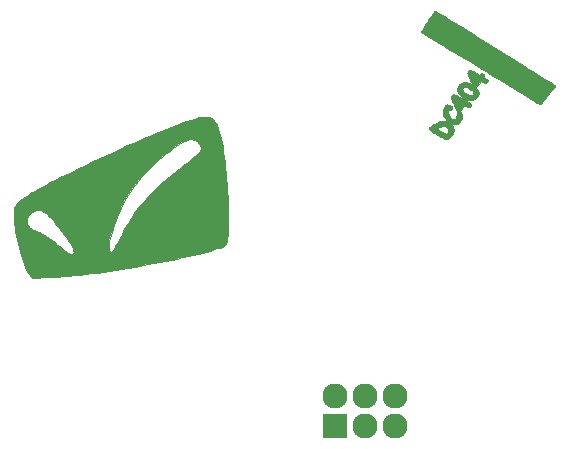
<source format=gbr>
G04 #@! TF.GenerationSoftware,KiCad,Pcbnew,(5.1.2-1)-1*
G04 #@! TF.CreationDate,2019-06-10T18:00:08-04:00*
G04 #@! TF.ProjectId,dc4044,64633430-3434-42e6-9b69-6361645f7063,rev?*
G04 #@! TF.SameCoordinates,Original*
G04 #@! TF.FileFunction,Soldermask,Top*
G04 #@! TF.FilePolarity,Negative*
%FSLAX46Y46*%
G04 Gerber Fmt 4.6, Leading zero omitted, Abs format (unit mm)*
G04 Created by KiCad (PCBNEW (5.1.2-1)-1) date 2019-06-10 18:00:08*
%MOMM*%
%LPD*%
G04 APERTURE LIST*
%ADD10C,0.010000*%
%ADD11C,2.127200*%
%ADD12O,2.127200X2.127200*%
%ADD13R,2.127200X2.127200*%
G04 APERTURE END LIST*
D10*
G36*
X152622711Y-99961198D02*
G01*
X152801047Y-100001264D01*
X152958259Y-100073644D01*
X153097195Y-100179636D01*
X153220700Y-100320541D01*
X153331622Y-100497659D01*
X153430067Y-100705726D01*
X153532637Y-100966939D01*
X153627501Y-101243309D01*
X153715190Y-101537598D01*
X153796239Y-101852570D01*
X153871180Y-102190985D01*
X153940547Y-102555607D01*
X154004872Y-102949197D01*
X154064689Y-103374518D01*
X154120531Y-103834332D01*
X154172930Y-104331401D01*
X154213321Y-104764417D01*
X154251735Y-105213198D01*
X154284352Y-105628560D01*
X154311548Y-106018965D01*
X154333702Y-106392875D01*
X154351191Y-106758752D01*
X154364391Y-107125059D01*
X154373681Y-107500256D01*
X154379437Y-107892806D01*
X154382037Y-108311170D01*
X154382259Y-108553250D01*
X154381674Y-108861661D01*
X154380235Y-109131587D01*
X154377741Y-109366874D01*
X154373990Y-109571363D01*
X154368781Y-109748901D01*
X154361913Y-109903330D01*
X154353183Y-110038495D01*
X154342391Y-110158239D01*
X154329334Y-110266407D01*
X154313812Y-110366843D01*
X154295621Y-110463390D01*
X154277784Y-110545832D01*
X154247004Y-110660242D01*
X154210075Y-110743440D01*
X154158883Y-110806505D01*
X154085312Y-110860511D01*
X154020992Y-110896346D01*
X153868729Y-110967445D01*
X153676629Y-111043370D01*
X153446863Y-111123704D01*
X153181601Y-111208030D01*
X152883013Y-111295933D01*
X152553270Y-111386996D01*
X152194543Y-111480802D01*
X151809001Y-111576934D01*
X151398817Y-111674977D01*
X150966159Y-111774513D01*
X150513199Y-111875127D01*
X150042107Y-111976401D01*
X149555054Y-112077919D01*
X149054209Y-112179265D01*
X148541745Y-112280022D01*
X148019830Y-112379773D01*
X147490636Y-112478103D01*
X146956334Y-112574594D01*
X146419092Y-112668830D01*
X145881083Y-112760394D01*
X145344477Y-112848870D01*
X144811444Y-112933842D01*
X144284154Y-113014892D01*
X143764779Y-113091605D01*
X143255488Y-113163564D01*
X142758452Y-113230352D01*
X142275843Y-113291553D01*
X141809829Y-113346750D01*
X141362582Y-113395527D01*
X140936272Y-113437468D01*
X140646150Y-113462978D01*
X140546304Y-113470543D01*
X140410338Y-113479734D01*
X140244418Y-113490191D01*
X140054710Y-113501552D01*
X139847381Y-113513453D01*
X139628597Y-113525532D01*
X139404523Y-113537429D01*
X139206817Y-113547510D01*
X138991703Y-113558318D01*
X138783399Y-113568909D01*
X138586936Y-113579018D01*
X138407342Y-113588381D01*
X138249647Y-113596735D01*
X138118879Y-113603813D01*
X138020068Y-113609354D01*
X137958244Y-113613091D01*
X137956093Y-113613234D01*
X137763703Y-113626108D01*
X137551439Y-113301596D01*
X137478797Y-113189152D01*
X137410303Y-113080590D01*
X137351046Y-112984168D01*
X137306115Y-112908141D01*
X137283973Y-112867685D01*
X137200616Y-112686775D01*
X137113559Y-112468635D01*
X137024070Y-112218079D01*
X136933415Y-111939919D01*
X136842860Y-111638967D01*
X136753671Y-111320036D01*
X136667115Y-110987938D01*
X136584458Y-110647485D01*
X136506968Y-110303490D01*
X136435909Y-109960765D01*
X136372549Y-109624123D01*
X136318155Y-109298375D01*
X136285055Y-109071834D01*
X136270567Y-108943214D01*
X136264864Y-108872155D01*
X137340022Y-108872155D01*
X137369460Y-109045111D01*
X137421148Y-109176812D01*
X137509568Y-109312613D01*
X137622889Y-109414586D01*
X137760338Y-109483486D01*
X137856045Y-109520233D01*
X137979204Y-109571285D01*
X138119421Y-109631974D01*
X138266304Y-109697635D01*
X138409459Y-109763604D01*
X138538492Y-109825214D01*
X138643011Y-109877800D01*
X138666105Y-109890076D01*
X138962987Y-110058758D01*
X139229997Y-110229110D01*
X139479065Y-110409495D01*
X139722120Y-110608275D01*
X139841817Y-110714183D01*
X140038119Y-110890048D01*
X140209034Y-111038909D01*
X140358776Y-111164026D01*
X140491559Y-111268659D01*
X140611597Y-111356069D01*
X140723102Y-111429516D01*
X140830289Y-111492260D01*
X140885140Y-111521442D01*
X141008740Y-111578772D01*
X141105655Y-111608290D01*
X141180757Y-111610401D01*
X141238919Y-111585511D01*
X141271078Y-111553625D01*
X141305692Y-111482089D01*
X141313053Y-111388524D01*
X141292709Y-111271603D01*
X141244212Y-111130000D01*
X141237156Y-111114661D01*
X144297902Y-111114661D01*
X144316535Y-111245439D01*
X144319414Y-111256329D01*
X144345458Y-111312668D01*
X144386668Y-111367460D01*
X144431685Y-111407868D01*
X144465436Y-111421334D01*
X144487250Y-111407248D01*
X144525707Y-111371731D01*
X144544329Y-111352542D01*
X144615310Y-111266759D01*
X144702617Y-111142895D01*
X144806318Y-110980833D01*
X144926481Y-110780460D01*
X145063173Y-110541660D01*
X145216461Y-110264319D01*
X145386413Y-109948321D01*
X145534424Y-109667602D01*
X145764150Y-109241413D01*
X145990867Y-108848248D01*
X146220169Y-108479681D01*
X146457651Y-108127286D01*
X146708904Y-107782637D01*
X146979524Y-107437308D01*
X147161260Y-107217057D01*
X147434885Y-106900221D01*
X147717124Y-106591617D01*
X148011568Y-106287953D01*
X148321806Y-105985938D01*
X148651429Y-105682280D01*
X149004028Y-105373689D01*
X149383191Y-105056873D01*
X149792509Y-104728539D01*
X150235573Y-104385398D01*
X150319317Y-104321706D01*
X150620197Y-104091437D01*
X150896397Y-103875918D01*
X151146643Y-103676232D01*
X151369662Y-103493462D01*
X151564180Y-103328689D01*
X151728924Y-103182998D01*
X151862620Y-103057470D01*
X151963996Y-102953189D01*
X152031777Y-102871238D01*
X152041254Y-102857526D01*
X152094341Y-102742748D01*
X152110188Y-102621346D01*
X152092543Y-102497296D01*
X152045151Y-102374575D01*
X151971758Y-102257156D01*
X151876111Y-102149016D01*
X151761955Y-102054131D01*
X151633037Y-101976475D01*
X151493102Y-101920025D01*
X151345898Y-101888756D01*
X151195169Y-101886644D01*
X151134234Y-101894944D01*
X150948873Y-101943162D01*
X150740699Y-102023413D01*
X150512093Y-102133709D01*
X150265438Y-102272064D01*
X150003116Y-102436492D01*
X149727509Y-102625006D01*
X149441000Y-102835619D01*
X149145970Y-103066345D01*
X148844803Y-103315198D01*
X148539880Y-103580190D01*
X148233584Y-103859336D01*
X147928297Y-104150649D01*
X147626402Y-104452143D01*
X147330280Y-104761830D01*
X147042314Y-105077725D01*
X146764887Y-105397840D01*
X146500380Y-105720190D01*
X146411170Y-105833334D01*
X146228488Y-106075607D01*
X146060591Y-106316226D01*
X145903208Y-106562467D01*
X145752069Y-106821610D01*
X145602905Y-107100932D01*
X145451446Y-107407711D01*
X145314514Y-107702545D01*
X145160200Y-108053068D01*
X145015834Y-108401219D01*
X144882229Y-108744100D01*
X144760196Y-109078812D01*
X144650546Y-109402457D01*
X144554091Y-109712138D01*
X144471643Y-110004956D01*
X144404012Y-110278012D01*
X144352012Y-110528409D01*
X144316452Y-110753248D01*
X144298145Y-110949632D01*
X144297902Y-111114661D01*
X141237156Y-111114661D01*
X141167110Y-110962391D01*
X141060953Y-110767448D01*
X140931380Y-110553500D01*
X140749511Y-110276551D01*
X140544910Y-109985852D01*
X140323332Y-109688522D01*
X140090535Y-109391678D01*
X139852275Y-109102441D01*
X139614308Y-108827928D01*
X139382390Y-108575258D01*
X139162278Y-108351549D01*
X139110404Y-108301586D01*
X138947044Y-108153762D01*
X138800956Y-108039519D01*
X138666840Y-107956626D01*
X138539397Y-107902849D01*
X138413326Y-107875959D01*
X138283327Y-107873722D01*
X138144099Y-107893907D01*
X138142876Y-107894165D01*
X137947081Y-107955346D01*
X137773358Y-108052176D01*
X137618421Y-108186512D01*
X137610440Y-108194961D01*
X137486229Y-108353667D01*
X137399216Y-108522234D01*
X137350211Y-108696463D01*
X137340022Y-108872155D01*
X136264864Y-108872155D01*
X136258352Y-108791040D01*
X136248631Y-108623841D01*
X136241628Y-108450149D01*
X136237567Y-108278492D01*
X136236669Y-108117400D01*
X136239159Y-107975404D01*
X136245261Y-107861035D01*
X136251822Y-107801834D01*
X136281610Y-107663714D01*
X136329024Y-107536453D01*
X136397614Y-107415547D01*
X136490927Y-107296493D01*
X136612512Y-107174789D01*
X136765918Y-107045931D01*
X136954692Y-106905417D01*
X136962791Y-106899659D01*
X137139506Y-106777693D01*
X137333490Y-106650630D01*
X137546736Y-106517368D01*
X137781234Y-106376805D01*
X138038976Y-106227838D01*
X138321953Y-106069363D01*
X138632157Y-105900280D01*
X138971577Y-105719484D01*
X139342207Y-105525873D01*
X139746036Y-105318345D01*
X140185057Y-105095798D01*
X140561484Y-104906937D01*
X141153145Y-104613190D01*
X141748040Y-104321553D01*
X142344366Y-104032798D01*
X142940323Y-103747701D01*
X143534108Y-103467034D01*
X144123921Y-103191572D01*
X144707960Y-102922088D01*
X145284425Y-102659357D01*
X145851512Y-102404152D01*
X146407422Y-102157247D01*
X146950353Y-101919416D01*
X147478504Y-101691432D01*
X147990073Y-101474071D01*
X148483259Y-101268104D01*
X148956261Y-101074307D01*
X149407277Y-100893454D01*
X149834506Y-100726317D01*
X150236147Y-100573671D01*
X150610399Y-100436290D01*
X150955459Y-100314948D01*
X151269528Y-100210418D01*
X151550802Y-100123475D01*
X151797482Y-100054891D01*
X151932489Y-100021877D01*
X152191278Y-99972804D01*
X152420403Y-99952145D01*
X152622711Y-99961198D01*
X152622711Y-99961198D01*
G37*
X152622711Y-99961198D02*
X152801047Y-100001264D01*
X152958259Y-100073644D01*
X153097195Y-100179636D01*
X153220700Y-100320541D01*
X153331622Y-100497659D01*
X153430067Y-100705726D01*
X153532637Y-100966939D01*
X153627501Y-101243309D01*
X153715190Y-101537598D01*
X153796239Y-101852570D01*
X153871180Y-102190985D01*
X153940547Y-102555607D01*
X154004872Y-102949197D01*
X154064689Y-103374518D01*
X154120531Y-103834332D01*
X154172930Y-104331401D01*
X154213321Y-104764417D01*
X154251735Y-105213198D01*
X154284352Y-105628560D01*
X154311548Y-106018965D01*
X154333702Y-106392875D01*
X154351191Y-106758752D01*
X154364391Y-107125059D01*
X154373681Y-107500256D01*
X154379437Y-107892806D01*
X154382037Y-108311170D01*
X154382259Y-108553250D01*
X154381674Y-108861661D01*
X154380235Y-109131587D01*
X154377741Y-109366874D01*
X154373990Y-109571363D01*
X154368781Y-109748901D01*
X154361913Y-109903330D01*
X154353183Y-110038495D01*
X154342391Y-110158239D01*
X154329334Y-110266407D01*
X154313812Y-110366843D01*
X154295621Y-110463390D01*
X154277784Y-110545832D01*
X154247004Y-110660242D01*
X154210075Y-110743440D01*
X154158883Y-110806505D01*
X154085312Y-110860511D01*
X154020992Y-110896346D01*
X153868729Y-110967445D01*
X153676629Y-111043370D01*
X153446863Y-111123704D01*
X153181601Y-111208030D01*
X152883013Y-111295933D01*
X152553270Y-111386996D01*
X152194543Y-111480802D01*
X151809001Y-111576934D01*
X151398817Y-111674977D01*
X150966159Y-111774513D01*
X150513199Y-111875127D01*
X150042107Y-111976401D01*
X149555054Y-112077919D01*
X149054209Y-112179265D01*
X148541745Y-112280022D01*
X148019830Y-112379773D01*
X147490636Y-112478103D01*
X146956334Y-112574594D01*
X146419092Y-112668830D01*
X145881083Y-112760394D01*
X145344477Y-112848870D01*
X144811444Y-112933842D01*
X144284154Y-113014892D01*
X143764779Y-113091605D01*
X143255488Y-113163564D01*
X142758452Y-113230352D01*
X142275843Y-113291553D01*
X141809829Y-113346750D01*
X141362582Y-113395527D01*
X140936272Y-113437468D01*
X140646150Y-113462978D01*
X140546304Y-113470543D01*
X140410338Y-113479734D01*
X140244418Y-113490191D01*
X140054710Y-113501552D01*
X139847381Y-113513453D01*
X139628597Y-113525532D01*
X139404523Y-113537429D01*
X139206817Y-113547510D01*
X138991703Y-113558318D01*
X138783399Y-113568909D01*
X138586936Y-113579018D01*
X138407342Y-113588381D01*
X138249647Y-113596735D01*
X138118879Y-113603813D01*
X138020068Y-113609354D01*
X137958244Y-113613091D01*
X137956093Y-113613234D01*
X137763703Y-113626108D01*
X137551439Y-113301596D01*
X137478797Y-113189152D01*
X137410303Y-113080590D01*
X137351046Y-112984168D01*
X137306115Y-112908141D01*
X137283973Y-112867685D01*
X137200616Y-112686775D01*
X137113559Y-112468635D01*
X137024070Y-112218079D01*
X136933415Y-111939919D01*
X136842860Y-111638967D01*
X136753671Y-111320036D01*
X136667115Y-110987938D01*
X136584458Y-110647485D01*
X136506968Y-110303490D01*
X136435909Y-109960765D01*
X136372549Y-109624123D01*
X136318155Y-109298375D01*
X136285055Y-109071834D01*
X136270567Y-108943214D01*
X136264864Y-108872155D01*
X137340022Y-108872155D01*
X137369460Y-109045111D01*
X137421148Y-109176812D01*
X137509568Y-109312613D01*
X137622889Y-109414586D01*
X137760338Y-109483486D01*
X137856045Y-109520233D01*
X137979204Y-109571285D01*
X138119421Y-109631974D01*
X138266304Y-109697635D01*
X138409459Y-109763604D01*
X138538492Y-109825214D01*
X138643011Y-109877800D01*
X138666105Y-109890076D01*
X138962987Y-110058758D01*
X139229997Y-110229110D01*
X139479065Y-110409495D01*
X139722120Y-110608275D01*
X139841817Y-110714183D01*
X140038119Y-110890048D01*
X140209034Y-111038909D01*
X140358776Y-111164026D01*
X140491559Y-111268659D01*
X140611597Y-111356069D01*
X140723102Y-111429516D01*
X140830289Y-111492260D01*
X140885140Y-111521442D01*
X141008740Y-111578772D01*
X141105655Y-111608290D01*
X141180757Y-111610401D01*
X141238919Y-111585511D01*
X141271078Y-111553625D01*
X141305692Y-111482089D01*
X141313053Y-111388524D01*
X141292709Y-111271603D01*
X141244212Y-111130000D01*
X141237156Y-111114661D01*
X144297902Y-111114661D01*
X144316535Y-111245439D01*
X144319414Y-111256329D01*
X144345458Y-111312668D01*
X144386668Y-111367460D01*
X144431685Y-111407868D01*
X144465436Y-111421334D01*
X144487250Y-111407248D01*
X144525707Y-111371731D01*
X144544329Y-111352542D01*
X144615310Y-111266759D01*
X144702617Y-111142895D01*
X144806318Y-110980833D01*
X144926481Y-110780460D01*
X145063173Y-110541660D01*
X145216461Y-110264319D01*
X145386413Y-109948321D01*
X145534424Y-109667602D01*
X145764150Y-109241413D01*
X145990867Y-108848248D01*
X146220169Y-108479681D01*
X146457651Y-108127286D01*
X146708904Y-107782637D01*
X146979524Y-107437308D01*
X147161260Y-107217057D01*
X147434885Y-106900221D01*
X147717124Y-106591617D01*
X148011568Y-106287953D01*
X148321806Y-105985938D01*
X148651429Y-105682280D01*
X149004028Y-105373689D01*
X149383191Y-105056873D01*
X149792509Y-104728539D01*
X150235573Y-104385398D01*
X150319317Y-104321706D01*
X150620197Y-104091437D01*
X150896397Y-103875918D01*
X151146643Y-103676232D01*
X151369662Y-103493462D01*
X151564180Y-103328689D01*
X151728924Y-103182998D01*
X151862620Y-103057470D01*
X151963996Y-102953189D01*
X152031777Y-102871238D01*
X152041254Y-102857526D01*
X152094341Y-102742748D01*
X152110188Y-102621346D01*
X152092543Y-102497296D01*
X152045151Y-102374575D01*
X151971758Y-102257156D01*
X151876111Y-102149016D01*
X151761955Y-102054131D01*
X151633037Y-101976475D01*
X151493102Y-101920025D01*
X151345898Y-101888756D01*
X151195169Y-101886644D01*
X151134234Y-101894944D01*
X150948873Y-101943162D01*
X150740699Y-102023413D01*
X150512093Y-102133709D01*
X150265438Y-102272064D01*
X150003116Y-102436492D01*
X149727509Y-102625006D01*
X149441000Y-102835619D01*
X149145970Y-103066345D01*
X148844803Y-103315198D01*
X148539880Y-103580190D01*
X148233584Y-103859336D01*
X147928297Y-104150649D01*
X147626402Y-104452143D01*
X147330280Y-104761830D01*
X147042314Y-105077725D01*
X146764887Y-105397840D01*
X146500380Y-105720190D01*
X146411170Y-105833334D01*
X146228488Y-106075607D01*
X146060591Y-106316226D01*
X145903208Y-106562467D01*
X145752069Y-106821610D01*
X145602905Y-107100932D01*
X145451446Y-107407711D01*
X145314514Y-107702545D01*
X145160200Y-108053068D01*
X145015834Y-108401219D01*
X144882229Y-108744100D01*
X144760196Y-109078812D01*
X144650546Y-109402457D01*
X144554091Y-109712138D01*
X144471643Y-110004956D01*
X144404012Y-110278012D01*
X144352012Y-110528409D01*
X144316452Y-110753248D01*
X144298145Y-110949632D01*
X144297902Y-111114661D01*
X141237156Y-111114661D01*
X141167110Y-110962391D01*
X141060953Y-110767448D01*
X140931380Y-110553500D01*
X140749511Y-110276551D01*
X140544910Y-109985852D01*
X140323332Y-109688522D01*
X140090535Y-109391678D01*
X139852275Y-109102441D01*
X139614308Y-108827928D01*
X139382390Y-108575258D01*
X139162278Y-108351549D01*
X139110404Y-108301586D01*
X138947044Y-108153762D01*
X138800956Y-108039519D01*
X138666840Y-107956626D01*
X138539397Y-107902849D01*
X138413326Y-107875959D01*
X138283327Y-107873722D01*
X138144099Y-107893907D01*
X138142876Y-107894165D01*
X137947081Y-107955346D01*
X137773358Y-108052176D01*
X137618421Y-108186512D01*
X137610440Y-108194961D01*
X137486229Y-108353667D01*
X137399216Y-108522234D01*
X137350211Y-108696463D01*
X137340022Y-108872155D01*
X136264864Y-108872155D01*
X136258352Y-108791040D01*
X136248631Y-108623841D01*
X136241628Y-108450149D01*
X136237567Y-108278492D01*
X136236669Y-108117400D01*
X136239159Y-107975404D01*
X136245261Y-107861035D01*
X136251822Y-107801834D01*
X136281610Y-107663714D01*
X136329024Y-107536453D01*
X136397614Y-107415547D01*
X136490927Y-107296493D01*
X136612512Y-107174789D01*
X136765918Y-107045931D01*
X136954692Y-106905417D01*
X136962791Y-106899659D01*
X137139506Y-106777693D01*
X137333490Y-106650630D01*
X137546736Y-106517368D01*
X137781234Y-106376805D01*
X138038976Y-106227838D01*
X138321953Y-106069363D01*
X138632157Y-105900280D01*
X138971577Y-105719484D01*
X139342207Y-105525873D01*
X139746036Y-105318345D01*
X140185057Y-105095798D01*
X140561484Y-104906937D01*
X141153145Y-104613190D01*
X141748040Y-104321553D01*
X142344366Y-104032798D01*
X142940323Y-103747701D01*
X143534108Y-103467034D01*
X144123921Y-103191572D01*
X144707960Y-102922088D01*
X145284425Y-102659357D01*
X145851512Y-102404152D01*
X146407422Y-102157247D01*
X146950353Y-101919416D01*
X147478504Y-101691432D01*
X147990073Y-101474071D01*
X148483259Y-101268104D01*
X148956261Y-101074307D01*
X149407277Y-100893454D01*
X149834506Y-100726317D01*
X150236147Y-100573671D01*
X150610399Y-100436290D01*
X150955459Y-100314948D01*
X151269528Y-100210418D01*
X151550802Y-100123475D01*
X151797482Y-100054891D01*
X151932489Y-100021877D01*
X152191278Y-99972804D01*
X152420403Y-99952145D01*
X152622711Y-99961198D01*
G36*
X174925827Y-96003979D02*
G01*
X174996498Y-96028602D01*
X175088021Y-96071271D01*
X175205553Y-96133722D01*
X175329735Y-96203645D01*
X175669194Y-96397755D01*
X175717679Y-96352206D01*
X175795686Y-96305531D01*
X175885537Y-96292890D01*
X175972560Y-96315979D01*
X175982683Y-96321565D01*
X176039251Y-96370220D01*
X176064905Y-96435556D01*
X176062751Y-96526103D01*
X176061109Y-96536972D01*
X176055989Y-96580500D01*
X176063044Y-96609776D01*
X176089953Y-96635123D01*
X176144392Y-96666861D01*
X176166634Y-96678847D01*
X176259141Y-96737081D01*
X176330897Y-96799198D01*
X176375068Y-96858394D01*
X176385988Y-96897333D01*
X176367027Y-96966351D01*
X176317790Y-97031863D01*
X176249303Y-97081064D01*
X176216643Y-97094028D01*
X176172785Y-97105446D01*
X176135869Y-97107262D01*
X176094511Y-97096772D01*
X176037328Y-97071270D01*
X175964638Y-97034137D01*
X175799413Y-96948246D01*
X175638410Y-97167893D01*
X175571893Y-97255041D01*
X175508121Y-97332233D01*
X175454124Y-97391354D01*
X175416931Y-97424289D01*
X175415566Y-97425147D01*
X175353724Y-97462755D01*
X175426417Y-97536419D01*
X175478516Y-97599632D01*
X175530558Y-97678931D01*
X175553803Y-97721851D01*
X175584482Y-97792092D01*
X175599113Y-97853197D01*
X175601199Y-97925157D01*
X175598308Y-97976020D01*
X175568331Y-98133273D01*
X175502137Y-98268936D01*
X175399202Y-98383830D01*
X175288835Y-98462058D01*
X175232470Y-98491119D01*
X175175039Y-98509572D01*
X175102873Y-98520497D01*
X175002305Y-98526972D01*
X175000188Y-98527065D01*
X174903762Y-98528526D01*
X174814084Y-98525105D01*
X174746284Y-98517532D01*
X174730742Y-98514096D01*
X174680973Y-98502749D01*
X174662554Y-98507064D01*
X174664622Y-98522099D01*
X174666053Y-98561768D01*
X174653787Y-98614884D01*
X174644039Y-98648208D01*
X174647375Y-98672678D01*
X174670382Y-98696340D01*
X174719643Y-98727238D01*
X174768165Y-98754623D01*
X174840211Y-98798571D01*
X174900139Y-98841694D01*
X174935453Y-98874963D01*
X174936275Y-98876101D01*
X174966312Y-98951783D01*
X174955985Y-99029972D01*
X174906207Y-99103783D01*
X174906028Y-99103962D01*
X174834585Y-99153134D01*
X174750853Y-99167471D01*
X174651078Y-99146852D01*
X174532578Y-99091750D01*
X174466452Y-99055431D01*
X174416104Y-99029014D01*
X174391583Y-99017757D01*
X174390970Y-99017667D01*
X174375886Y-99033877D01*
X174341719Y-99077945D01*
X174293635Y-99143026D01*
X174240150Y-99217542D01*
X174177193Y-99303276D01*
X174116235Y-99380928D01*
X174065031Y-99440908D01*
X174036052Y-99469936D01*
X173973638Y-99522453D01*
X174052727Y-99561102D01*
X174112191Y-99602730D01*
X174152238Y-99663373D01*
X174174835Y-99749039D01*
X174181951Y-99865733D01*
X174179808Y-99949000D01*
X174162554Y-100104115D01*
X174124239Y-100231846D01*
X174060549Y-100343691D01*
X174007025Y-100409436D01*
X173907608Y-100491409D01*
X173781589Y-100553558D01*
X173641413Y-100592407D01*
X173499527Y-100604481D01*
X173371007Y-100587039D01*
X173317289Y-100574266D01*
X173284100Y-100570262D01*
X173280179Y-100571333D01*
X173287481Y-100590463D01*
X173314813Y-100628641D01*
X173323721Y-100639551D01*
X173406481Y-100765266D01*
X173467042Y-100912242D01*
X173488252Y-100997979D01*
X173494103Y-101140386D01*
X173462812Y-101292836D01*
X173396021Y-101448410D01*
X173370937Y-101491991D01*
X173289075Y-101606163D01*
X173193668Y-101706436D01*
X173091167Y-101788657D01*
X172988020Y-101848675D01*
X172890675Y-101882338D01*
X172805582Y-101885494D01*
X172774037Y-101876299D01*
X172739109Y-101858040D01*
X172676924Y-101822303D01*
X172596071Y-101774131D01*
X172505137Y-101718570D01*
X172498870Y-101714692D01*
X172402134Y-101656127D01*
X172279861Y-101584137D01*
X172143724Y-101505482D01*
X172005399Y-101426921D01*
X171909317Y-101373278D01*
X171793950Y-101308345D01*
X171688563Y-101246990D01*
X171599928Y-101193317D01*
X171534817Y-101151430D01*
X171500002Y-101125432D01*
X171499539Y-101124983D01*
X171455519Y-101053445D01*
X171438784Y-100979899D01*
X171438294Y-100970243D01*
X172046719Y-100970243D01*
X172263768Y-101091563D01*
X172374350Y-101154179D01*
X172494502Y-101223505D01*
X172606192Y-101289084D01*
X172660734Y-101321735D01*
X172738215Y-101367832D01*
X172801902Y-101404263D01*
X172843361Y-101426285D01*
X172854332Y-101430626D01*
X172875301Y-101416133D01*
X172912370Y-101379485D01*
X172931107Y-101358809D01*
X172978886Y-101292169D01*
X173021493Y-101213112D01*
X173031425Y-101189475D01*
X173052824Y-101127546D01*
X173057667Y-101082984D01*
X173046054Y-101034237D01*
X173032330Y-100996893D01*
X172970231Y-100890292D01*
X172878876Y-100809173D01*
X172765442Y-100757465D01*
X172637107Y-100739096D01*
X172569520Y-100743651D01*
X172495833Y-100762008D01*
X172398039Y-100798191D01*
X172287977Y-100847661D01*
X172254530Y-100864317D01*
X172046719Y-100970243D01*
X171438294Y-100970243D01*
X171435479Y-100914822D01*
X171447508Y-100872640D01*
X171478145Y-100836805D01*
X171526273Y-100798804D01*
X171602904Y-100746463D01*
X171699071Y-100685139D01*
X171805805Y-100620191D01*
X171914140Y-100556980D01*
X172015109Y-100500864D01*
X172099743Y-100457202D01*
X172152734Y-100433659D01*
X172360752Y-100369574D01*
X172559701Y-100337151D01*
X172743409Y-100337048D01*
X172864894Y-100357899D01*
X172972447Y-100385798D01*
X172879701Y-100271930D01*
X172820187Y-100190681D01*
X172758516Y-100093678D01*
X172715023Y-100015226D01*
X172630560Y-99817765D01*
X172584718Y-99637395D01*
X172577481Y-99473908D01*
X172608833Y-99327094D01*
X172655906Y-99230603D01*
X172695002Y-99162916D01*
X172724971Y-99102320D01*
X172736523Y-99071320D01*
X172775510Y-98996454D01*
X172843485Y-98945153D01*
X172930422Y-98924549D01*
X172942906Y-98924504D01*
X173016001Y-98937098D01*
X173104222Y-98967645D01*
X173193839Y-99009619D01*
X173271121Y-99056494D01*
X173322337Y-99101742D01*
X173325957Y-99106577D01*
X173355483Y-99180464D01*
X173349482Y-99255755D01*
X173313402Y-99323225D01*
X173252694Y-99373647D01*
X173172806Y-99397796D01*
X173153428Y-99398667D01*
X173093682Y-99404860D01*
X173050865Y-99420150D01*
X173045967Y-99424067D01*
X173021837Y-99476167D01*
X173021108Y-99553785D01*
X173040985Y-99649183D01*
X173078672Y-99754626D01*
X173131373Y-99862377D01*
X173196291Y-99964699D01*
X173270632Y-100053857D01*
X173275266Y-100058554D01*
X173370899Y-100142255D01*
X173455636Y-100188475D01*
X173534398Y-100199000D01*
X173606141Y-100178535D01*
X173667260Y-100132947D01*
X173708857Y-100061050D01*
X173732612Y-99958356D01*
X173740200Y-99820382D01*
X173740201Y-99819989D01*
X173742811Y-99718531D01*
X173753578Y-99649757D01*
X173776969Y-99604178D01*
X173817452Y-99572306D01*
X173867669Y-99549290D01*
X173901938Y-99534170D01*
X173898225Y-99528325D01*
X173875380Y-99527009D01*
X173806600Y-99504177D01*
X173742078Y-99441542D01*
X173684157Y-99341594D01*
X173670163Y-99309050D01*
X173643272Y-99246371D01*
X173601972Y-99154770D01*
X173550465Y-99043350D01*
X173492952Y-98921214D01*
X173442874Y-98816584D01*
X173398044Y-98722643D01*
X173868543Y-98722643D01*
X173903558Y-98796071D01*
X173934573Y-98850767D01*
X173959630Y-98866543D01*
X173983776Y-98845356D01*
X173992411Y-98830573D01*
X173999906Y-98801675D01*
X173980006Y-98778241D01*
X173940893Y-98757144D01*
X173868543Y-98722643D01*
X173398044Y-98722643D01*
X173386758Y-98698995D01*
X173336186Y-98590622D01*
X173294464Y-98498741D01*
X173264900Y-98430629D01*
X173251043Y-98394418D01*
X173244738Y-98304060D01*
X173271383Y-98211482D01*
X173325765Y-98132778D01*
X173340091Y-98119629D01*
X173383770Y-98087756D01*
X173427791Y-98069401D01*
X173477678Y-98065982D01*
X173538953Y-98078918D01*
X173617141Y-98109627D01*
X173717765Y-98159528D01*
X173846349Y-98230037D01*
X173909469Y-98265824D01*
X174258621Y-98464954D01*
X174306802Y-98419691D01*
X174354982Y-98374428D01*
X174245331Y-98306793D01*
X174125738Y-98220135D01*
X174012467Y-98114727D01*
X173916640Y-98002123D01*
X173850828Y-97896859D01*
X173818050Y-97820923D01*
X173800437Y-97749976D01*
X173793951Y-97664535D01*
X173793865Y-97654560D01*
X174225247Y-97654560D01*
X174256944Y-97740586D01*
X174323158Y-97829491D01*
X174420670Y-97917360D01*
X174546261Y-98000276D01*
X174607758Y-98033261D01*
X174759448Y-98100568D01*
X174885272Y-98136133D01*
X174987187Y-98140121D01*
X175067152Y-98112695D01*
X175110775Y-98075284D01*
X175150929Y-98003127D01*
X175150644Y-97924085D01*
X175109804Y-97835989D01*
X175096794Y-97817141D01*
X175030013Y-97744366D01*
X174936403Y-97668094D01*
X174825776Y-97593932D01*
X174707941Y-97527485D01*
X174592711Y-97474360D01*
X174489894Y-97440164D01*
X174419627Y-97430167D01*
X174345323Y-97449272D01*
X174278556Y-97499359D01*
X174233399Y-97569582D01*
X174231286Y-97575329D01*
X174225247Y-97654560D01*
X173793865Y-97654560D01*
X173793570Y-97620667D01*
X173799491Y-97509144D01*
X173820604Y-97420694D01*
X173862954Y-97340135D01*
X173932584Y-97252287D01*
X173946362Y-97236870D01*
X174028344Y-97158514D01*
X174114627Y-97105351D01*
X174216432Y-97072720D01*
X174344982Y-97055960D01*
X174388050Y-97053441D01*
X174557062Y-97055364D01*
X174707240Y-97080986D01*
X174855099Y-97134159D01*
X174960989Y-97187061D01*
X175091662Y-97258252D01*
X175063104Y-97190751D01*
X175045479Y-97151529D01*
X175012772Y-97081025D01*
X174968217Y-96986120D01*
X174915048Y-96873698D01*
X174856500Y-96750642D01*
X174842474Y-96721267D01*
X174825300Y-96684478D01*
X175310273Y-96684478D01*
X175317018Y-96704508D01*
X175336568Y-96758140D01*
X175343304Y-96779738D01*
X175358577Y-96804594D01*
X175383236Y-96793021D01*
X175408567Y-96758965D01*
X175412400Y-96743056D01*
X175395110Y-96716530D01*
X175356950Y-96692031D01*
X175319065Y-96677121D01*
X175310273Y-96684478D01*
X174825300Y-96684478D01*
X174780541Y-96588603D01*
X174727959Y-96469952D01*
X174687147Y-96371178D01*
X174660521Y-96298146D01*
X174650501Y-96256720D01*
X174650479Y-96255601D01*
X174667883Y-96175482D01*
X174713137Y-96094135D01*
X174776083Y-96028968D01*
X174787383Y-96021031D01*
X174826425Y-96001929D01*
X174870855Y-95995667D01*
X174925827Y-96003979D01*
X174925827Y-96003979D01*
G37*
X174925827Y-96003979D02*
X174996498Y-96028602D01*
X175088021Y-96071271D01*
X175205553Y-96133722D01*
X175329735Y-96203645D01*
X175669194Y-96397755D01*
X175717679Y-96352206D01*
X175795686Y-96305531D01*
X175885537Y-96292890D01*
X175972560Y-96315979D01*
X175982683Y-96321565D01*
X176039251Y-96370220D01*
X176064905Y-96435556D01*
X176062751Y-96526103D01*
X176061109Y-96536972D01*
X176055989Y-96580500D01*
X176063044Y-96609776D01*
X176089953Y-96635123D01*
X176144392Y-96666861D01*
X176166634Y-96678847D01*
X176259141Y-96737081D01*
X176330897Y-96799198D01*
X176375068Y-96858394D01*
X176385988Y-96897333D01*
X176367027Y-96966351D01*
X176317790Y-97031863D01*
X176249303Y-97081064D01*
X176216643Y-97094028D01*
X176172785Y-97105446D01*
X176135869Y-97107262D01*
X176094511Y-97096772D01*
X176037328Y-97071270D01*
X175964638Y-97034137D01*
X175799413Y-96948246D01*
X175638410Y-97167893D01*
X175571893Y-97255041D01*
X175508121Y-97332233D01*
X175454124Y-97391354D01*
X175416931Y-97424289D01*
X175415566Y-97425147D01*
X175353724Y-97462755D01*
X175426417Y-97536419D01*
X175478516Y-97599632D01*
X175530558Y-97678931D01*
X175553803Y-97721851D01*
X175584482Y-97792092D01*
X175599113Y-97853197D01*
X175601199Y-97925157D01*
X175598308Y-97976020D01*
X175568331Y-98133273D01*
X175502137Y-98268936D01*
X175399202Y-98383830D01*
X175288835Y-98462058D01*
X175232470Y-98491119D01*
X175175039Y-98509572D01*
X175102873Y-98520497D01*
X175002305Y-98526972D01*
X175000188Y-98527065D01*
X174903762Y-98528526D01*
X174814084Y-98525105D01*
X174746284Y-98517532D01*
X174730742Y-98514096D01*
X174680973Y-98502749D01*
X174662554Y-98507064D01*
X174664622Y-98522099D01*
X174666053Y-98561768D01*
X174653787Y-98614884D01*
X174644039Y-98648208D01*
X174647375Y-98672678D01*
X174670382Y-98696340D01*
X174719643Y-98727238D01*
X174768165Y-98754623D01*
X174840211Y-98798571D01*
X174900139Y-98841694D01*
X174935453Y-98874963D01*
X174936275Y-98876101D01*
X174966312Y-98951783D01*
X174955985Y-99029972D01*
X174906207Y-99103783D01*
X174906028Y-99103962D01*
X174834585Y-99153134D01*
X174750853Y-99167471D01*
X174651078Y-99146852D01*
X174532578Y-99091750D01*
X174466452Y-99055431D01*
X174416104Y-99029014D01*
X174391583Y-99017757D01*
X174390970Y-99017667D01*
X174375886Y-99033877D01*
X174341719Y-99077945D01*
X174293635Y-99143026D01*
X174240150Y-99217542D01*
X174177193Y-99303276D01*
X174116235Y-99380928D01*
X174065031Y-99440908D01*
X174036052Y-99469936D01*
X173973638Y-99522453D01*
X174052727Y-99561102D01*
X174112191Y-99602730D01*
X174152238Y-99663373D01*
X174174835Y-99749039D01*
X174181951Y-99865733D01*
X174179808Y-99949000D01*
X174162554Y-100104115D01*
X174124239Y-100231846D01*
X174060549Y-100343691D01*
X174007025Y-100409436D01*
X173907608Y-100491409D01*
X173781589Y-100553558D01*
X173641413Y-100592407D01*
X173499527Y-100604481D01*
X173371007Y-100587039D01*
X173317289Y-100574266D01*
X173284100Y-100570262D01*
X173280179Y-100571333D01*
X173287481Y-100590463D01*
X173314813Y-100628641D01*
X173323721Y-100639551D01*
X173406481Y-100765266D01*
X173467042Y-100912242D01*
X173488252Y-100997979D01*
X173494103Y-101140386D01*
X173462812Y-101292836D01*
X173396021Y-101448410D01*
X173370937Y-101491991D01*
X173289075Y-101606163D01*
X173193668Y-101706436D01*
X173091167Y-101788657D01*
X172988020Y-101848675D01*
X172890675Y-101882338D01*
X172805582Y-101885494D01*
X172774037Y-101876299D01*
X172739109Y-101858040D01*
X172676924Y-101822303D01*
X172596071Y-101774131D01*
X172505137Y-101718570D01*
X172498870Y-101714692D01*
X172402134Y-101656127D01*
X172279861Y-101584137D01*
X172143724Y-101505482D01*
X172005399Y-101426921D01*
X171909317Y-101373278D01*
X171793950Y-101308345D01*
X171688563Y-101246990D01*
X171599928Y-101193317D01*
X171534817Y-101151430D01*
X171500002Y-101125432D01*
X171499539Y-101124983D01*
X171455519Y-101053445D01*
X171438784Y-100979899D01*
X171438294Y-100970243D01*
X172046719Y-100970243D01*
X172263768Y-101091563D01*
X172374350Y-101154179D01*
X172494502Y-101223505D01*
X172606192Y-101289084D01*
X172660734Y-101321735D01*
X172738215Y-101367832D01*
X172801902Y-101404263D01*
X172843361Y-101426285D01*
X172854332Y-101430626D01*
X172875301Y-101416133D01*
X172912370Y-101379485D01*
X172931107Y-101358809D01*
X172978886Y-101292169D01*
X173021493Y-101213112D01*
X173031425Y-101189475D01*
X173052824Y-101127546D01*
X173057667Y-101082984D01*
X173046054Y-101034237D01*
X173032330Y-100996893D01*
X172970231Y-100890292D01*
X172878876Y-100809173D01*
X172765442Y-100757465D01*
X172637107Y-100739096D01*
X172569520Y-100743651D01*
X172495833Y-100762008D01*
X172398039Y-100798191D01*
X172287977Y-100847661D01*
X172254530Y-100864317D01*
X172046719Y-100970243D01*
X171438294Y-100970243D01*
X171435479Y-100914822D01*
X171447508Y-100872640D01*
X171478145Y-100836805D01*
X171526273Y-100798804D01*
X171602904Y-100746463D01*
X171699071Y-100685139D01*
X171805805Y-100620191D01*
X171914140Y-100556980D01*
X172015109Y-100500864D01*
X172099743Y-100457202D01*
X172152734Y-100433659D01*
X172360752Y-100369574D01*
X172559701Y-100337151D01*
X172743409Y-100337048D01*
X172864894Y-100357899D01*
X172972447Y-100385798D01*
X172879701Y-100271930D01*
X172820187Y-100190681D01*
X172758516Y-100093678D01*
X172715023Y-100015226D01*
X172630560Y-99817765D01*
X172584718Y-99637395D01*
X172577481Y-99473908D01*
X172608833Y-99327094D01*
X172655906Y-99230603D01*
X172695002Y-99162916D01*
X172724971Y-99102320D01*
X172736523Y-99071320D01*
X172775510Y-98996454D01*
X172843485Y-98945153D01*
X172930422Y-98924549D01*
X172942906Y-98924504D01*
X173016001Y-98937098D01*
X173104222Y-98967645D01*
X173193839Y-99009619D01*
X173271121Y-99056494D01*
X173322337Y-99101742D01*
X173325957Y-99106577D01*
X173355483Y-99180464D01*
X173349482Y-99255755D01*
X173313402Y-99323225D01*
X173252694Y-99373647D01*
X173172806Y-99397796D01*
X173153428Y-99398667D01*
X173093682Y-99404860D01*
X173050865Y-99420150D01*
X173045967Y-99424067D01*
X173021837Y-99476167D01*
X173021108Y-99553785D01*
X173040985Y-99649183D01*
X173078672Y-99754626D01*
X173131373Y-99862377D01*
X173196291Y-99964699D01*
X173270632Y-100053857D01*
X173275266Y-100058554D01*
X173370899Y-100142255D01*
X173455636Y-100188475D01*
X173534398Y-100199000D01*
X173606141Y-100178535D01*
X173667260Y-100132947D01*
X173708857Y-100061050D01*
X173732612Y-99958356D01*
X173740200Y-99820382D01*
X173740201Y-99819989D01*
X173742811Y-99718531D01*
X173753578Y-99649757D01*
X173776969Y-99604178D01*
X173817452Y-99572306D01*
X173867669Y-99549290D01*
X173901938Y-99534170D01*
X173898225Y-99528325D01*
X173875380Y-99527009D01*
X173806600Y-99504177D01*
X173742078Y-99441542D01*
X173684157Y-99341594D01*
X173670163Y-99309050D01*
X173643272Y-99246371D01*
X173601972Y-99154770D01*
X173550465Y-99043350D01*
X173492952Y-98921214D01*
X173442874Y-98816584D01*
X173398044Y-98722643D01*
X173868543Y-98722643D01*
X173903558Y-98796071D01*
X173934573Y-98850767D01*
X173959630Y-98866543D01*
X173983776Y-98845356D01*
X173992411Y-98830573D01*
X173999906Y-98801675D01*
X173980006Y-98778241D01*
X173940893Y-98757144D01*
X173868543Y-98722643D01*
X173398044Y-98722643D01*
X173386758Y-98698995D01*
X173336186Y-98590622D01*
X173294464Y-98498741D01*
X173264900Y-98430629D01*
X173251043Y-98394418D01*
X173244738Y-98304060D01*
X173271383Y-98211482D01*
X173325765Y-98132778D01*
X173340091Y-98119629D01*
X173383770Y-98087756D01*
X173427791Y-98069401D01*
X173477678Y-98065982D01*
X173538953Y-98078918D01*
X173617141Y-98109627D01*
X173717765Y-98159528D01*
X173846349Y-98230037D01*
X173909469Y-98265824D01*
X174258621Y-98464954D01*
X174306802Y-98419691D01*
X174354982Y-98374428D01*
X174245331Y-98306793D01*
X174125738Y-98220135D01*
X174012467Y-98114727D01*
X173916640Y-98002123D01*
X173850828Y-97896859D01*
X173818050Y-97820923D01*
X173800437Y-97749976D01*
X173793951Y-97664535D01*
X173793865Y-97654560D01*
X174225247Y-97654560D01*
X174256944Y-97740586D01*
X174323158Y-97829491D01*
X174420670Y-97917360D01*
X174546261Y-98000276D01*
X174607758Y-98033261D01*
X174759448Y-98100568D01*
X174885272Y-98136133D01*
X174987187Y-98140121D01*
X175067152Y-98112695D01*
X175110775Y-98075284D01*
X175150929Y-98003127D01*
X175150644Y-97924085D01*
X175109804Y-97835989D01*
X175096794Y-97817141D01*
X175030013Y-97744366D01*
X174936403Y-97668094D01*
X174825776Y-97593932D01*
X174707941Y-97527485D01*
X174592711Y-97474360D01*
X174489894Y-97440164D01*
X174419627Y-97430167D01*
X174345323Y-97449272D01*
X174278556Y-97499359D01*
X174233399Y-97569582D01*
X174231286Y-97575329D01*
X174225247Y-97654560D01*
X173793865Y-97654560D01*
X173793570Y-97620667D01*
X173799491Y-97509144D01*
X173820604Y-97420694D01*
X173862954Y-97340135D01*
X173932584Y-97252287D01*
X173946362Y-97236870D01*
X174028344Y-97158514D01*
X174114627Y-97105351D01*
X174216432Y-97072720D01*
X174344982Y-97055960D01*
X174388050Y-97053441D01*
X174557062Y-97055364D01*
X174707240Y-97080986D01*
X174855099Y-97134159D01*
X174960989Y-97187061D01*
X175091662Y-97258252D01*
X175063104Y-97190751D01*
X175045479Y-97151529D01*
X175012772Y-97081025D01*
X174968217Y-96986120D01*
X174915048Y-96873698D01*
X174856500Y-96750642D01*
X174842474Y-96721267D01*
X174825300Y-96684478D01*
X175310273Y-96684478D01*
X175317018Y-96704508D01*
X175336568Y-96758140D01*
X175343304Y-96779738D01*
X175358577Y-96804594D01*
X175383236Y-96793021D01*
X175408567Y-96758965D01*
X175412400Y-96743056D01*
X175395110Y-96716530D01*
X175356950Y-96692031D01*
X175319065Y-96677121D01*
X175310273Y-96684478D01*
X174825300Y-96684478D01*
X174780541Y-96588603D01*
X174727959Y-96469952D01*
X174687147Y-96371178D01*
X174660521Y-96298146D01*
X174650501Y-96256720D01*
X174650479Y-96255601D01*
X174667883Y-96175482D01*
X174713137Y-96094135D01*
X174776083Y-96028968D01*
X174787383Y-96021031D01*
X174826425Y-96001929D01*
X174870855Y-95995667D01*
X174925827Y-96003979D01*
G36*
X171917430Y-90985071D02*
G01*
X171938572Y-90997406D01*
X171993888Y-91031025D01*
X172081621Y-91084837D01*
X172200017Y-91157752D01*
X172347322Y-91248678D01*
X172521780Y-91356525D01*
X172721636Y-91480201D01*
X172945135Y-91618616D01*
X173190522Y-91770678D01*
X173456043Y-91935296D01*
X173739941Y-92111380D01*
X174040464Y-92297838D01*
X174355854Y-92493580D01*
X174684357Y-92697514D01*
X175024219Y-92908549D01*
X175373684Y-93125595D01*
X175730998Y-93347560D01*
X176094405Y-93573354D01*
X176462150Y-93801885D01*
X176832478Y-94032063D01*
X177203635Y-94262796D01*
X177573866Y-94492993D01*
X177941414Y-94721564D01*
X178304526Y-94947417D01*
X178661447Y-95169462D01*
X179010421Y-95386607D01*
X179349693Y-95597761D01*
X179677509Y-95801834D01*
X179992113Y-95997735D01*
X180291751Y-96184371D01*
X180574667Y-96360654D01*
X180839107Y-96525490D01*
X181083315Y-96677790D01*
X181305537Y-96816463D01*
X181504018Y-96940417D01*
X181677002Y-97048561D01*
X181822734Y-97139804D01*
X181939460Y-97213057D01*
X182025425Y-97267226D01*
X182078873Y-97301222D01*
X182097986Y-97313887D01*
X182100859Y-97324910D01*
X182093611Y-97345977D01*
X182074309Y-97379653D01*
X182041020Y-97428501D01*
X181991811Y-97495087D01*
X181924749Y-97581975D01*
X181837900Y-97691729D01*
X181729332Y-97826913D01*
X181597112Y-97990092D01*
X181477564Y-98136925D01*
X181347935Y-98295270D01*
X181225914Y-98443095D01*
X181114183Y-98577234D01*
X181015427Y-98694525D01*
X180932328Y-98791802D01*
X180867571Y-98865902D01*
X180823838Y-98913659D01*
X180803813Y-98931910D01*
X180803311Y-98932001D01*
X180782106Y-98920925D01*
X180727465Y-98889011D01*
X180641892Y-98837791D01*
X180527889Y-98768797D01*
X180387960Y-98683563D01*
X180224610Y-98583621D01*
X180040340Y-98470503D01*
X179837654Y-98345742D01*
X179619056Y-98210872D01*
X179387050Y-98067424D01*
X179144137Y-97916931D01*
X179053067Y-97860434D01*
X178757495Y-97677404D01*
X178436477Y-97479338D01*
X178096721Y-97270337D01*
X177744935Y-97054500D01*
X177387827Y-96835927D01*
X177032104Y-96618718D01*
X176684475Y-96406975D01*
X176351647Y-96204796D01*
X176040329Y-96016282D01*
X175757229Y-95845533D01*
X175719317Y-95822732D01*
X175184942Y-95501390D01*
X174685989Y-95201190D01*
X174221535Y-94921570D01*
X173790656Y-94661965D01*
X173392429Y-94421814D01*
X173025931Y-94200553D01*
X172690238Y-93997619D01*
X172384426Y-93812450D01*
X172107573Y-93644481D01*
X171858755Y-93493150D01*
X171637049Y-93357894D01*
X171441531Y-93238150D01*
X171271278Y-93133355D01*
X171125366Y-93042945D01*
X171002873Y-92966359D01*
X170902874Y-92903032D01*
X170824446Y-92852402D01*
X170766667Y-92813905D01*
X170728612Y-92786979D01*
X170709358Y-92771061D01*
X170706563Y-92766184D01*
X170720694Y-92744153D01*
X170755800Y-92690218D01*
X170809609Y-92607850D01*
X170879844Y-92500523D01*
X170964234Y-92371709D01*
X171060503Y-92224880D01*
X171166377Y-92063510D01*
X171279582Y-91891071D01*
X171302049Y-91856860D01*
X171439539Y-91648058D01*
X171555900Y-91472633D01*
X171652765Y-91328270D01*
X171731769Y-91212653D01*
X171794546Y-91123468D01*
X171842730Y-91058399D01*
X171877955Y-91015131D01*
X171901856Y-90991349D01*
X171916067Y-90984738D01*
X171917430Y-90985071D01*
X171917430Y-90985071D01*
G37*
X171917430Y-90985071D02*
X171938572Y-90997406D01*
X171993888Y-91031025D01*
X172081621Y-91084837D01*
X172200017Y-91157752D01*
X172347322Y-91248678D01*
X172521780Y-91356525D01*
X172721636Y-91480201D01*
X172945135Y-91618616D01*
X173190522Y-91770678D01*
X173456043Y-91935296D01*
X173739941Y-92111380D01*
X174040464Y-92297838D01*
X174355854Y-92493580D01*
X174684357Y-92697514D01*
X175024219Y-92908549D01*
X175373684Y-93125595D01*
X175730998Y-93347560D01*
X176094405Y-93573354D01*
X176462150Y-93801885D01*
X176832478Y-94032063D01*
X177203635Y-94262796D01*
X177573866Y-94492993D01*
X177941414Y-94721564D01*
X178304526Y-94947417D01*
X178661447Y-95169462D01*
X179010421Y-95386607D01*
X179349693Y-95597761D01*
X179677509Y-95801834D01*
X179992113Y-95997735D01*
X180291751Y-96184371D01*
X180574667Y-96360654D01*
X180839107Y-96525490D01*
X181083315Y-96677790D01*
X181305537Y-96816463D01*
X181504018Y-96940417D01*
X181677002Y-97048561D01*
X181822734Y-97139804D01*
X181939460Y-97213057D01*
X182025425Y-97267226D01*
X182078873Y-97301222D01*
X182097986Y-97313887D01*
X182100859Y-97324910D01*
X182093611Y-97345977D01*
X182074309Y-97379653D01*
X182041020Y-97428501D01*
X181991811Y-97495087D01*
X181924749Y-97581975D01*
X181837900Y-97691729D01*
X181729332Y-97826913D01*
X181597112Y-97990092D01*
X181477564Y-98136925D01*
X181347935Y-98295270D01*
X181225914Y-98443095D01*
X181114183Y-98577234D01*
X181015427Y-98694525D01*
X180932328Y-98791802D01*
X180867571Y-98865902D01*
X180823838Y-98913659D01*
X180803813Y-98931910D01*
X180803311Y-98932001D01*
X180782106Y-98920925D01*
X180727465Y-98889011D01*
X180641892Y-98837791D01*
X180527889Y-98768797D01*
X180387960Y-98683563D01*
X180224610Y-98583621D01*
X180040340Y-98470503D01*
X179837654Y-98345742D01*
X179619056Y-98210872D01*
X179387050Y-98067424D01*
X179144137Y-97916931D01*
X179053067Y-97860434D01*
X178757495Y-97677404D01*
X178436477Y-97479338D01*
X178096721Y-97270337D01*
X177744935Y-97054500D01*
X177387827Y-96835927D01*
X177032104Y-96618718D01*
X176684475Y-96406975D01*
X176351647Y-96204796D01*
X176040329Y-96016282D01*
X175757229Y-95845533D01*
X175719317Y-95822732D01*
X175184942Y-95501390D01*
X174685989Y-95201190D01*
X174221535Y-94921570D01*
X173790656Y-94661965D01*
X173392429Y-94421814D01*
X173025931Y-94200553D01*
X172690238Y-93997619D01*
X172384426Y-93812450D01*
X172107573Y-93644481D01*
X171858755Y-93493150D01*
X171637049Y-93357894D01*
X171441531Y-93238150D01*
X171271278Y-93133355D01*
X171125366Y-93042945D01*
X171002873Y-92966359D01*
X170902874Y-92903032D01*
X170824446Y-92852402D01*
X170766667Y-92813905D01*
X170728612Y-92786979D01*
X170709358Y-92771061D01*
X170706563Y-92766184D01*
X170720694Y-92744153D01*
X170755800Y-92690218D01*
X170809609Y-92607850D01*
X170879844Y-92500523D01*
X170964234Y-92371709D01*
X171060503Y-92224880D01*
X171166377Y-92063510D01*
X171279582Y-91891071D01*
X171302049Y-91856860D01*
X171439539Y-91648058D01*
X171555900Y-91472633D01*
X171652765Y-91328270D01*
X171731769Y-91212653D01*
X171794546Y-91123468D01*
X171842730Y-91058399D01*
X171877955Y-91015131D01*
X171901856Y-90991349D01*
X171916067Y-90984738D01*
X171917430Y-90985071D01*
D11*
X168538200Y-123591000D03*
X168538200Y-126131000D03*
D12*
X165998200Y-123591000D03*
X165998200Y-126131000D03*
X163458200Y-123591000D03*
D13*
X163458200Y-126131000D03*
M02*

</source>
